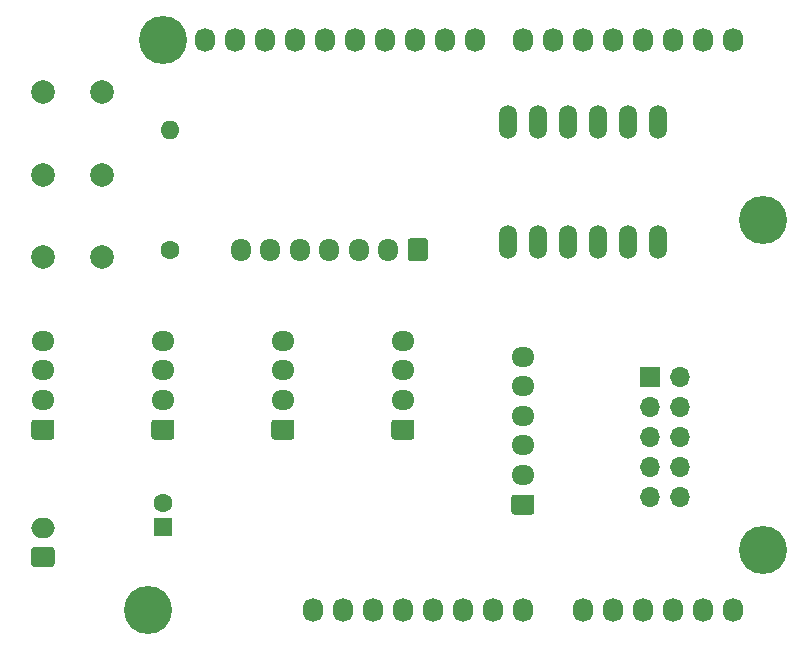
<source format=gbr>
%TF.GenerationSoftware,KiCad,Pcbnew,5.1.6-c6e7f7d~87~ubuntu18.04.1*%
%TF.CreationDate,2020-12-17T14:15:19+09:00*%
%TF.ProjectId,M302,4d333032-2e6b-4696-9361-645f70636258,rev?*%
%TF.SameCoordinates,Original*%
%TF.FileFunction,Soldermask,Bot*%
%TF.FilePolarity,Negative*%
%FSLAX46Y46*%
G04 Gerber Fmt 4.6, Leading zero omitted, Abs format (unit mm)*
G04 Created by KiCad (PCBNEW 5.1.6-c6e7f7d~87~ubuntu18.04.1) date 2020-12-17 14:15:19*
%MOMM*%
%LPD*%
G01*
G04 APERTURE LIST*
%ADD10O,1.700000X1.950000*%
%ADD11C,2.000000*%
%ADD12O,1.524000X2.844800*%
%ADD13O,2.000000X1.700000*%
%ADD14C,1.600000*%
%ADD15R,1.600000X1.600000*%
%ADD16O,1.950000X1.700000*%
%ADD17O,1.700000X1.700000*%
%ADD18R,1.700000X1.700000*%
%ADD19O,1.600000X1.600000*%
%ADD20O,1.727200X2.032000*%
%ADD21C,4.064000*%
G04 APERTURE END LIST*
D10*
%TO.C,J5*%
X132828000Y-93345000D03*
X135328000Y-93345000D03*
X137828000Y-93345000D03*
X140328000Y-93345000D03*
X142828000Y-93345000D03*
X145328000Y-93345000D03*
G36*
G01*
X148678000Y-92620000D02*
X148678000Y-94070000D01*
G75*
G02*
X148428000Y-94320000I-250000J0D01*
G01*
X147228000Y-94320000D01*
G75*
G02*
X146978000Y-94070000I0J250000D01*
G01*
X146978000Y-92620000D01*
G75*
G02*
X147228000Y-92370000I250000J0D01*
G01*
X148428000Y-92370000D01*
G75*
G02*
X148678000Y-92620000I0J-250000D01*
G01*
G37*
%TD*%
D11*
%TO.C,SW3*%
X116118000Y-93980000D03*
X121118000Y-93980000D03*
%TD*%
D12*
%TO.C,U1*%
X155448000Y-82550000D03*
X157988000Y-82550000D03*
X160528000Y-82550000D03*
X163068000Y-82550000D03*
X165608000Y-82550000D03*
X163068000Y-92710000D03*
X165608000Y-92710000D03*
X160528000Y-92710000D03*
X157988000Y-92710000D03*
X168148000Y-82550000D03*
X168148000Y-92710000D03*
X155448000Y-92710000D03*
%TD*%
D13*
%TO.C,J8*%
X116078000Y-116880000D03*
G36*
G01*
X116828000Y-120230000D02*
X115328000Y-120230000D01*
G75*
G02*
X115078000Y-119980000I0J250000D01*
G01*
X115078000Y-118780000D01*
G75*
G02*
X115328000Y-118530000I250000J0D01*
G01*
X116828000Y-118530000D01*
G75*
G02*
X117078000Y-118780000I0J-250000D01*
G01*
X117078000Y-119980000D01*
G75*
G02*
X116828000Y-120230000I-250000J0D01*
G01*
G37*
%TD*%
D14*
%TO.C,C1*%
X126238000Y-114840000D03*
D15*
X126238000Y-116840000D03*
%TD*%
D16*
%TO.C,J7*%
X156718000Y-102435000D03*
X156718000Y-104935000D03*
X156718000Y-107435000D03*
X156718000Y-109935000D03*
X156718000Y-112435000D03*
G36*
G01*
X157443000Y-115785000D02*
X155993000Y-115785000D01*
G75*
G02*
X155743000Y-115535000I0J250000D01*
G01*
X155743000Y-114335000D01*
G75*
G02*
X155993000Y-114085000I250000J0D01*
G01*
X157443000Y-114085000D01*
G75*
G02*
X157693000Y-114335000I0J-250000D01*
G01*
X157693000Y-115535000D01*
G75*
G02*
X157443000Y-115785000I-250000J0D01*
G01*
G37*
%TD*%
D17*
%TO.C,J6*%
X170053000Y-114300000D03*
X167513000Y-114300000D03*
X170053000Y-111760000D03*
X167513000Y-111760000D03*
X170053000Y-109220000D03*
X167513000Y-109220000D03*
X170053000Y-106680000D03*
X167513000Y-106680000D03*
X170053000Y-104140000D03*
D18*
X167513000Y-104140000D03*
%TD*%
D11*
%TO.C,SW1*%
X121118000Y-80010000D03*
X116118000Y-80010000D03*
%TD*%
D19*
%TO.C,R1*%
X126873000Y-83185000D03*
D14*
X126873000Y-93345000D03*
%TD*%
D11*
%TO.C,SW2*%
X121118000Y-86995000D03*
X116118000Y-86995000D03*
%TD*%
D20*
%TO.C,P1*%
X138938000Y-123825000D03*
X141478000Y-123825000D03*
X144018000Y-123825000D03*
X146558000Y-123825000D03*
X149098000Y-123825000D03*
X151638000Y-123825000D03*
X154178000Y-123825000D03*
X156718000Y-123825000D03*
%TD*%
%TO.C,P2*%
X161798000Y-123825000D03*
X164338000Y-123825000D03*
X166878000Y-123825000D03*
X169418000Y-123825000D03*
X171958000Y-123825000D03*
X174498000Y-123825000D03*
%TD*%
%TO.C,P3*%
X129794000Y-75565000D03*
X132334000Y-75565000D03*
X134874000Y-75565000D03*
X137414000Y-75565000D03*
X139954000Y-75565000D03*
X142494000Y-75565000D03*
X145034000Y-75565000D03*
X147574000Y-75565000D03*
X150114000Y-75565000D03*
X152654000Y-75565000D03*
%TD*%
%TO.C,P4*%
X156718000Y-75565000D03*
X159258000Y-75565000D03*
X161798000Y-75565000D03*
X164338000Y-75565000D03*
X166878000Y-75565000D03*
X169418000Y-75565000D03*
X171958000Y-75565000D03*
X174498000Y-75565000D03*
%TD*%
D21*
%TO.C,P5*%
X124968000Y-123825000D03*
%TD*%
%TO.C,P6*%
X177038000Y-118745000D03*
%TD*%
%TO.C,P7*%
X126238000Y-75565000D03*
%TD*%
%TO.C,P8*%
X177038000Y-90805000D03*
%TD*%
D16*
%TO.C,J1*%
X116078000Y-101085000D03*
X116078000Y-103585000D03*
X116078000Y-106085000D03*
G36*
G01*
X116803000Y-109435000D02*
X115353000Y-109435000D01*
G75*
G02*
X115103000Y-109185000I0J250000D01*
G01*
X115103000Y-107985000D01*
G75*
G02*
X115353000Y-107735000I250000J0D01*
G01*
X116803000Y-107735000D01*
G75*
G02*
X117053000Y-107985000I0J-250000D01*
G01*
X117053000Y-109185000D01*
G75*
G02*
X116803000Y-109435000I-250000J0D01*
G01*
G37*
%TD*%
%TO.C,J2*%
G36*
G01*
X126963000Y-109435000D02*
X125513000Y-109435000D01*
G75*
G02*
X125263000Y-109185000I0J250000D01*
G01*
X125263000Y-107985000D01*
G75*
G02*
X125513000Y-107735000I250000J0D01*
G01*
X126963000Y-107735000D01*
G75*
G02*
X127213000Y-107985000I0J-250000D01*
G01*
X127213000Y-109185000D01*
G75*
G02*
X126963000Y-109435000I-250000J0D01*
G01*
G37*
X126238000Y-106085000D03*
X126238000Y-103585000D03*
X126238000Y-101085000D03*
%TD*%
%TO.C,J3*%
X136398000Y-101085000D03*
X136398000Y-103585000D03*
X136398000Y-106085000D03*
G36*
G01*
X137123000Y-109435000D02*
X135673000Y-109435000D01*
G75*
G02*
X135423000Y-109185000I0J250000D01*
G01*
X135423000Y-107985000D01*
G75*
G02*
X135673000Y-107735000I250000J0D01*
G01*
X137123000Y-107735000D01*
G75*
G02*
X137373000Y-107985000I0J-250000D01*
G01*
X137373000Y-109185000D01*
G75*
G02*
X137123000Y-109435000I-250000J0D01*
G01*
G37*
%TD*%
%TO.C,J4*%
G36*
G01*
X147283000Y-109435000D02*
X145833000Y-109435000D01*
G75*
G02*
X145583000Y-109185000I0J250000D01*
G01*
X145583000Y-107985000D01*
G75*
G02*
X145833000Y-107735000I250000J0D01*
G01*
X147283000Y-107735000D01*
G75*
G02*
X147533000Y-107985000I0J-250000D01*
G01*
X147533000Y-109185000D01*
G75*
G02*
X147283000Y-109435000I-250000J0D01*
G01*
G37*
X146558000Y-106085000D03*
X146558000Y-103585000D03*
X146558000Y-101085000D03*
%TD*%
M02*

</source>
